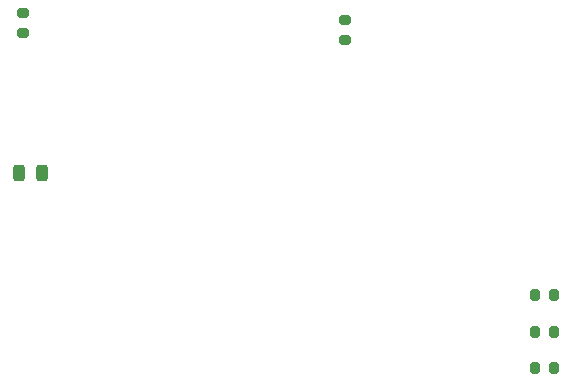
<source format=gtp>
%TF.GenerationSoftware,KiCad,Pcbnew,(6.0.4)*%
%TF.CreationDate,2022-04-04T21:54:52+02:00*%
%TF.ProjectId,MCU_INTERFACE_BOARD,4d43555f-494e-4544-9552-464143455f42,rev?*%
%TF.SameCoordinates,Original*%
%TF.FileFunction,Paste,Top*%
%TF.FilePolarity,Positive*%
%FSLAX46Y46*%
G04 Gerber Fmt 4.6, Leading zero omitted, Abs format (unit mm)*
G04 Created by KiCad (PCBNEW (6.0.4)) date 2022-04-04 21:54:52*
%MOMM*%
%LPD*%
G01*
G04 APERTURE LIST*
G04 Aperture macros list*
%AMRoundRect*
0 Rectangle with rounded corners*
0 $1 Rounding radius*
0 $2 $3 $4 $5 $6 $7 $8 $9 X,Y pos of 4 corners*
0 Add a 4 corners polygon primitive as box body*
4,1,4,$2,$3,$4,$5,$6,$7,$8,$9,$2,$3,0*
0 Add four circle primitives for the rounded corners*
1,1,$1+$1,$2,$3*
1,1,$1+$1,$4,$5*
1,1,$1+$1,$6,$7*
1,1,$1+$1,$8,$9*
0 Add four rect primitives between the rounded corners*
20,1,$1+$1,$2,$3,$4,$5,0*
20,1,$1+$1,$4,$5,$6,$7,0*
20,1,$1+$1,$6,$7,$8,$9,0*
20,1,$1+$1,$8,$9,$2,$3,0*%
G04 Aperture macros list end*
%ADD10RoundRect,0.243750X0.243750X0.456250X-0.243750X0.456250X-0.243750X-0.456250X0.243750X-0.456250X0*%
%ADD11RoundRect,0.200000X0.275000X-0.200000X0.275000X0.200000X-0.275000X0.200000X-0.275000X-0.200000X0*%
%ADD12RoundRect,0.200000X-0.200000X-0.275000X0.200000X-0.275000X0.200000X0.275000X-0.200000X0.275000X0*%
%ADD13RoundRect,0.200000X-0.275000X0.200000X-0.275000X-0.200000X0.275000X-0.200000X0.275000X0.200000X0*%
G04 APERTURE END LIST*
D10*
X112337500Y-114600000D03*
X110462500Y-114600000D03*
D11*
X110800000Y-102705000D03*
X110800000Y-101055000D03*
D12*
X154075000Y-131100000D03*
X155725000Y-131100000D03*
X154095000Y-128000000D03*
X155745000Y-128000000D03*
D13*
X138000000Y-101655000D03*
X138000000Y-103305000D03*
D12*
X154100000Y-124900000D03*
X155750000Y-124900000D03*
M02*

</source>
